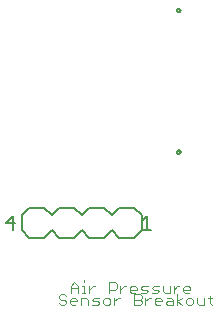
<source format=gto>
G75*
G70*
%OFA0B0*%
%FSLAX24Y24*%
%IPPOS*%
%LPD*%
%AMOC8*
5,1,8,0,0,1.08239X$1,22.5*
%
%ADD10C,0.0030*%
%ADD11C,0.0080*%
%ADD12C,0.0060*%
%ADD13C,0.0050*%
D10*
X009986Y000579D02*
X010048Y000517D01*
X010171Y000517D01*
X010233Y000579D01*
X010233Y000640D01*
X010171Y000702D01*
X010048Y000702D01*
X009986Y000764D01*
X009986Y000826D01*
X010048Y000887D01*
X010171Y000887D01*
X010233Y000826D01*
X010380Y000911D02*
X010380Y001158D01*
X010503Y001281D01*
X010627Y001158D01*
X010627Y000911D01*
X010748Y000911D02*
X010871Y000911D01*
X010810Y000911D02*
X010810Y001158D01*
X010748Y001158D01*
X010627Y001096D02*
X010380Y001096D01*
X010416Y000764D02*
X010539Y000764D01*
X010601Y000702D01*
X010601Y000640D01*
X010354Y000640D01*
X010354Y000579D02*
X010354Y000702D01*
X010416Y000764D01*
X010354Y000579D02*
X010416Y000517D01*
X010539Y000517D01*
X010723Y000517D02*
X010723Y000764D01*
X010908Y000764D01*
X010969Y000702D01*
X010969Y000517D01*
X011091Y000517D02*
X011276Y000517D01*
X011338Y000579D01*
X011276Y000640D01*
X011153Y000640D01*
X011091Y000702D01*
X011153Y000764D01*
X011338Y000764D01*
X011459Y000702D02*
X011459Y000579D01*
X011521Y000517D01*
X011644Y000517D01*
X011706Y000579D01*
X011706Y000702D01*
X011644Y000764D01*
X011521Y000764D01*
X011459Y000702D01*
X011669Y000911D02*
X011669Y001281D01*
X011854Y001281D01*
X011916Y001219D01*
X011916Y001096D01*
X011854Y001034D01*
X011669Y001034D01*
X011828Y000764D02*
X011828Y000517D01*
X011828Y000640D02*
X011951Y000764D01*
X012013Y000764D01*
X012037Y000911D02*
X012037Y001158D01*
X012160Y001158D02*
X012222Y001158D01*
X012160Y001158D02*
X012037Y001034D01*
X012344Y001034D02*
X012591Y001034D01*
X012591Y001096D01*
X012529Y001158D01*
X012406Y001158D01*
X012344Y001096D01*
X012344Y000972D01*
X012406Y000911D01*
X012529Y000911D01*
X012503Y000887D02*
X012688Y000887D01*
X012750Y000826D01*
X012750Y000764D01*
X012688Y000702D01*
X012503Y000702D01*
X012688Y000702D02*
X012750Y000640D01*
X012750Y000579D01*
X012688Y000517D01*
X012503Y000517D01*
X012503Y000887D01*
X012712Y000911D02*
X012897Y000911D01*
X012959Y000972D01*
X012897Y001034D01*
X012774Y001034D01*
X012712Y001096D01*
X012774Y001158D01*
X012959Y001158D01*
X013081Y001096D02*
X013142Y001158D01*
X013327Y001158D01*
X013449Y001158D02*
X013449Y000972D01*
X013511Y000911D01*
X013696Y000911D01*
X013696Y001158D01*
X013817Y001158D02*
X013817Y000911D01*
X013915Y000887D02*
X013915Y000517D01*
X013793Y000517D02*
X013793Y000702D01*
X013731Y000764D01*
X013608Y000764D01*
X013608Y000640D02*
X013546Y000579D01*
X013608Y000517D01*
X013793Y000517D01*
X013793Y000640D02*
X013608Y000640D01*
X013425Y000640D02*
X013425Y000702D01*
X013363Y000764D01*
X013240Y000764D01*
X013178Y000702D01*
X013178Y000579D01*
X013240Y000517D01*
X013363Y000517D01*
X013425Y000640D02*
X013178Y000640D01*
X013056Y000764D02*
X012994Y000764D01*
X012871Y000640D01*
X012871Y000517D02*
X012871Y000764D01*
X013081Y000911D02*
X013266Y000911D01*
X013327Y000972D01*
X013266Y001034D01*
X013142Y001034D01*
X013081Y001096D01*
X013817Y001034D02*
X013941Y001158D01*
X014002Y001158D01*
X014124Y001096D02*
X014186Y001158D01*
X014309Y001158D01*
X014371Y001096D01*
X014371Y001034D01*
X014124Y001034D01*
X014124Y000972D02*
X014124Y001096D01*
X014124Y000972D02*
X014186Y000911D01*
X014309Y000911D01*
X014283Y000764D02*
X014221Y000702D01*
X014221Y000579D01*
X014283Y000517D01*
X014407Y000517D01*
X014468Y000579D01*
X014468Y000702D01*
X014407Y000764D01*
X014283Y000764D01*
X014100Y000764D02*
X013915Y000640D01*
X014100Y000517D01*
X014590Y000579D02*
X014651Y000517D01*
X014837Y000517D01*
X014837Y000764D01*
X014958Y000764D02*
X015081Y000764D01*
X015020Y000826D02*
X015020Y000579D01*
X015081Y000517D01*
X014590Y000579D02*
X014590Y000764D01*
X011179Y001158D02*
X011117Y001158D01*
X010994Y001034D01*
X010994Y000911D02*
X010994Y001158D01*
X010810Y001281D02*
X010810Y001343D01*
D11*
X013928Y005624D02*
X013930Y005639D01*
X013936Y005652D01*
X013945Y005664D01*
X013956Y005673D01*
X013970Y005679D01*
X013985Y005681D01*
X014000Y005679D01*
X014013Y005673D01*
X014025Y005664D01*
X014034Y005653D01*
X014040Y005639D01*
X014042Y005624D01*
X014040Y005609D01*
X014034Y005596D01*
X014025Y005584D01*
X014014Y005575D01*
X014000Y005569D01*
X013985Y005567D01*
X013970Y005569D01*
X013957Y005575D01*
X013945Y005584D01*
X013936Y005595D01*
X013930Y005609D01*
X013928Y005624D01*
X013928Y010348D02*
X013930Y010363D01*
X013936Y010376D01*
X013945Y010388D01*
X013956Y010397D01*
X013970Y010403D01*
X013985Y010405D01*
X014000Y010403D01*
X014013Y010397D01*
X014025Y010388D01*
X014034Y010377D01*
X014040Y010363D01*
X014042Y010348D01*
X014040Y010333D01*
X014034Y010320D01*
X014025Y010308D01*
X014014Y010299D01*
X014000Y010293D01*
X013985Y010291D01*
X013970Y010293D01*
X013957Y010299D01*
X013945Y010308D01*
X013936Y010319D01*
X013930Y010333D01*
X013928Y010348D01*
D12*
X012508Y003758D02*
X012008Y003758D01*
X011758Y003508D01*
X011508Y003758D01*
X011008Y003758D01*
X010758Y003508D01*
X010508Y003758D01*
X010008Y003758D01*
X009758Y003508D01*
X009508Y003758D01*
X009008Y003758D01*
X008758Y003508D01*
X008758Y003008D01*
X009008Y002758D01*
X009508Y002758D01*
X009758Y003008D01*
X010008Y002758D01*
X010508Y002758D01*
X010758Y003008D01*
X011008Y002758D01*
X011508Y002758D01*
X011758Y003008D01*
X012008Y002758D01*
X012508Y002758D01*
X012758Y003008D01*
X012758Y003508D01*
X012508Y003758D01*
D13*
X008523Y003258D02*
X008223Y003258D01*
X008448Y003483D01*
X008448Y003033D01*
X012773Y003033D02*
X013073Y003033D01*
X012923Y003033D02*
X012923Y003483D01*
X012773Y003333D01*
M02*

</source>
